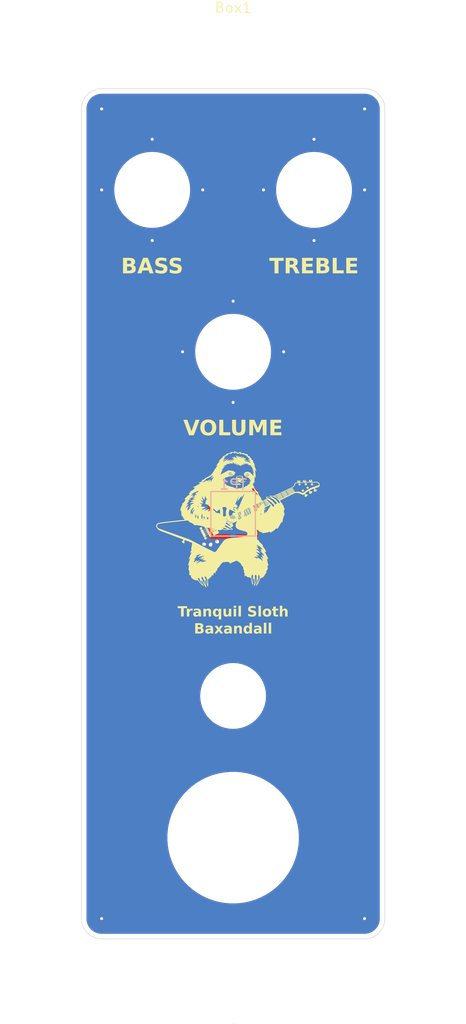
<source format=kicad_pcb>
(kicad_pcb (version 20240108) (generator "pcbnew") (generator_version "8.0")
  (layers (0 "F.Cu" signal) (31 "B.Cu" signal) (34 "B.Paste" user) (35 "F.Paste" user) (36 "B.SilkS" user "B.Silkscreen") (37 "F.SilkS" user "F.Silkscreen") (38 "B.Mask" user) (39 "F.Mask" user) (44 "Edge.Cuts" user))
  (net 0 "")
  (net 1 "GND")
  (footprint "Mylib:Hole_7mm" (layer "F.Cu") (at 92 68)
    (property "Reference" "H1" (hide yes))
    (property "Value" "Bass")
    (pad "" np_thru_hole circle (at 0 0) (size 7 7) (drill 7) (layers "*.Cu" "*.Mask" "In1.Cu" "In2.Cu" "In3.Cu" "In4.Cu" "In5.Cu" "In6.Cu" "In7.Cu" "In8.Cu" "In9.Cu" "In10.Cu" "In11.Cu" "In12.Cu" "In13.Cu" "In14.Cu" "In15.Cu" "In16.Cu" "In17.Cu" "In18.Cu" "In19.Cu" "In20.Cu" "In21.Cu" "In22.Cu" "In23.Cu" "In24.Cu" "In25.Cu" "In26.Cu" "In27.Cu" "In28.Cu" "In29.Cu" "In30.Cu"))
  )
  (footprint "Mylib:Hole_7mm" (layer "F.Cu") (at 100 84)
    (property "Reference" "H3" (hide yes))
    (property "Value" "Volume")
    (pad "" np_thru_hole circle (at 0 0) (size 7 7) (drill 7) (layers "*.Cu" "*.Mask" "In1.Cu" "In2.Cu" "In3.Cu" "In4.Cu" "In5.Cu" "In6.Cu" "In7.Cu" "In8.Cu" "In9.Cu" "In10.Cu" "In11.Cu" "In12.Cu" "In13.Cu" "In14.Cu" "In15.Cu" "In16.Cu" "In17.Cu" "In18.Cu" "In19.Cu" "In20.Cu" "In21.Cu" "In22.Cu" "In23.Cu" "In24.Cu" "In25.Cu" "In26.Cu" "In27.Cu" "In28.Cu" "In29.Cu" "In30.Cu"))
  )
  (footprint "Mylib:TranquilSloth" (layer "F.Cu") (at 100 100)
    (property "Reference" "LOGO1" (at 0 0 0) (layer "F.SilkS") (effects (font (size 1.5 1.5) (thickness 0.3))))
    (property "Value" "TranquilSloth" (hide yes))
  )
  (footprint "Mylib:Hole_7mm" (layer "F.Cu") (at 108 68)
    (property "Reference" "H2" (hide yes))
    (property "Value" "Treble")
    (pad "" np_thru_hole circle (at 0 0) (size 7 7) (drill 7) (layers "*.Cu" "*.Mask" "In1.Cu" "In2.Cu" "In3.Cu" "In4.Cu" "In5.Cu" "In6.Cu" "In7.Cu" "In8.Cu" "In9.Cu" "In10.Cu" "In11.Cu" "In12.Cu" "In13.Cu" "In14.Cu" "In15.Cu" "In16.Cu" "In17.Cu" "In18.Cu" "In19.Cu" "In20.Cu" "In21.Cu" "In22.Cu" "In23.Cu" "In24.Cu" "In25.Cu" "In26.Cu" "In27.Cu" "In28.Cu" "In29.Cu" "In30.Cu"))
  )
  (footprint "Mylib:Hole_12.5mm" (layer "F.Cu") (at 100 132)
    (property "Reference" "H6" (hide yes))
    (property "Value" "Stomp")
    (pad "" np_thru_hole circle (at 0 0) (size 12.5 12.5) (drill 12.5) (layers "*.Cu" "*.Mask" "In1.Cu" "In2.Cu" "In3.Cu" "In4.Cu" "In5.Cu" "In6.Cu" "In7.Cu" "In8.Cu" "In9.Cu" "In10.Cu" "In11.Cu" "In12.Cu" "In13.Cu" "In14.Cu" "In15.Cu" "In16.Cu" "In17.Cu" "In18.Cu" "In19.Cu" "In20.Cu" "In21.Cu" "In22.Cu" "In23.Cu" "In24.Cu" "In25.Cu" "In26.Cu" "In27.Cu" "In28.Cu" "In29.Cu" "In30.Cu"))
  )
  (footprint "Mylib:1590A" (layer "F.Cu") (at 100 100)
    (property "Reference" "Box1" (at 0 -50 0) (layer "F.SilkS") (effects (font (thickness 0.1))))
    (property "Value" "~")
  )
  (footprint "Mylib:Hole_6mm" (layer "F.Cu") (at 100 118)
    (property "Reference" "H5" (hide yes))
    (property "Value" "LED")
    (pad "" np_thru_hole circle (at 0 0) (size 6 6) (drill 6) (layers "*.Cu" "*.Mask" "In1.Cu" "In2.Cu" "In3.Cu" "In4.Cu" "In5.Cu" "In6.Cu" "In7.Cu" "In8.Cu" "In9.Cu" "In10.Cu" "In11.Cu" "In12.Cu" "In13.Cu" "In14.Cu" "In15.Cu" "In16.Cu" "In17.Cu" "In18.Cu" "In19.Cu" "In20.Cu" "In21.Cu" "In22.Cu" "In23.Cu" "In24.Cu" "In25.Cu" "In26.Cu" "In27.Cu" "In28.Cu" "In29.Cu" "In30.Cu"))
  )
  (footprint "TestPoint:TestPoint_Pad_4.0x4.0mm" (layer "B.Cu") (at 100 100 180)
    (property "Reference" "TP1" (at 0 2.898 0) (layer "B.SilkS") (effects (justify mirror)))
    (property "Value" "TestPoint_Small")
    (pad "1" smd rect (at 0 0 180) (size 4 4) (layers "B.Cu" "B.Mask") (net 1 "GND"))
  )
  (gr_line (start 85 60) (end 85 140) (stroke (width 0.05)) (layer "Edge.Cuts"))
  (gr_arc (start 113 58) (mid 114.414214 58.585786) (end 115 60) (stroke (width 0.05)) (layer "Edge.Cuts"))
  (gr_line (start 87 142) (end 113 142) (stroke (width 0.05)) (layer "Edge.Cuts"))
  (gr_arc (start 115 140) (mid 114.414214 141.414214) (end 113 142) (stroke (width 0.05)) (layer "Edge.Cuts"))
  (gr_line (start 87 58) (end 113 58) (stroke (width 0.05)) (layer "Edge.Cuts"))
  (gr_arc (start 87 142) (mid 85.585786 141.414214) (end 85 140) (stroke (width 0.05)) (layer "Edge.Cuts"))
  (gr_arc (start 85 60) (mid 85.585786 58.585786) (end 87 58) (stroke (width 0.05)) (layer "Edge.Cuts"))
  (gr_line (start 115 60) (end 115 140) (stroke (width 0.05)) (layer "Edge.Cuts"))
  (gr_text "TREBLE" (at 108 76.5 0) (layer "F.SilkS") (effects (font (size 1.5 1.5) (thickness 0.3) (bold yes)) (justify bottom)))
  (gr_text "VOLUME" (at 100 92.5 0) (layer "F.SilkS") (effects (font (size 1.5 1.5) (thickness 0.3) (bold yes)) (justify bottom)))
  (gr_text "BASS" (at 92 76.5 0) (layer "F.SilkS") (effects (font (size 1.5 1.5) (thickness 0.3) (bold yes)) (justify bottom)))
  (gr_text "Tranquil Sloth\nBaxandall" (at 100 112 0) (layer "F.SilkS") (effects (font (size 1 1) (thickness 0.1)) (justify bottom)))
  (via (at 87 60) (size 0.6) (drill 0.3) (layers "F.Cu" "B.Cu") (net 1))
  (via (at 100 89) (size 0.6) (drill 0.3) (layers "F.Cu" "B.Cu") (net 1))
  (via (at 97.1 103) (size 0.6) (drill 0.3) (layers "F.Cu" "B.Cu") (net 1))
  (via (at 108 63) (size 0.6) (drill 0.3) (layers "F.Cu" "B.Cu") (net 1))
  (via (at 103 68) (size 0.6) (drill 0.3) (layers "F.Cu" "B.Cu") (net 1))
  (via (at 113 140) (size 0.6) (drill 0.3) (layers "F.Cu" "B.Cu") (net 1))
  (via (at 98.468341 102.763212) (size 0.6) (drill 0.3) (layers "F.Cu" "B.Cu") (net 1))
  (via (at 92 63) (size 0.6) (drill 0.3) (layers "F.Cu" "B.Cu") (net 1))
  (via (at 87 68) (size 0.6) (drill 0.3) (layers "F.Cu" "B.Cu") (net 1))
  (via (at 95 84) (size 0.6) (drill 0.3) (layers "F.Cu" "B.Cu") (net 1))
  (via (at 105 84) (size 0.6) (drill 0.3) (layers "F.Cu" "B.Cu") (net 1))
  (via (at 97.8 103) (size 0.6) (drill 0.3) (layers "F.Cu" "B.Cu") (net 1))
  (via (at 100 79) (size 0.6) (drill 0.3) (layers "F.Cu" "B.Cu") (net 1))
  (via (at 113 68) (size 0.6) (drill 0.3) (layers "F.Cu" "B.Cu") (net 1))
  (via (at 113 60) (size 0.6) (drill 0.3) (layers "F.Cu" "B.Cu") (net 1))
  (via (at 87 140) (size 0.6) (drill 0.3) (layers "F.Cu" "B.Cu") (net 1))
  (via (at 108 73) (size 0.6) (drill 0.3) (layers "F.Cu" "B.Cu") (net 1))
  (via (at 97 68) (size 0.6) (drill 0.3) (layers "F.Cu" "B.Cu") (net 1))
  (via (at 92 73) (size 0.6) (drill 0.3) (layers "F.Cu" "B.Cu") (net 1))
  (zone (net 1) (net_name "GND") (layers "F.Cu" "B.Cu") (connect_pads (clearance 0.5)) (min_thickness 0.25) (fill yes (thermal_gap 0.5) (thermal_bridge_width 0.5) (smoothing chamfer) (radius 0.5) (island_removal_mode 1) (island_area_min 10))
    (polygon (pts (xy 85 58) (xy 115 58) (xy 115 142) (xy 85 142)))
  )
)
</source>
